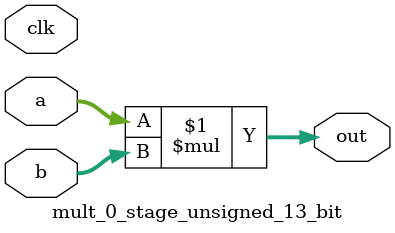
<source format=sv>
(* use_dsp = "yes" *) module mult_0_stage_unsigned_13_bit(
	input  [12:0] a,
	input  [12:0] b,
	output [12:0] out,
	input clk);

	assign out = a * b;
endmodule

</source>
